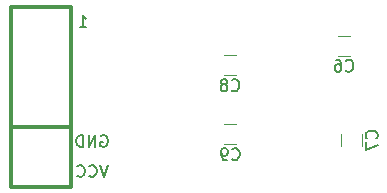
<source format=gbo>
G04 #@! TF.GenerationSoftware,KiCad,Pcbnew,(5.1.2)-2*
G04 #@! TF.CreationDate,2019-11-04T12:19:55+09:00*
G04 #@! TF.ProjectId,Kicad_sehd_mv,4b696361-645f-4736-9568-645f6d762e6b,1.0*
G04 #@! TF.SameCoordinates,Original*
G04 #@! TF.FileFunction,Legend,Bot*
G04 #@! TF.FilePolarity,Positive*
%FSLAX46Y46*%
G04 Gerber Fmt 4.6, Leading zero omitted, Abs format (unit mm)*
G04 Created by KiCad (PCBNEW (5.1.2)-2) date 2019-11-04 12:19:55*
%MOMM*%
%LPD*%
G04 APERTURE LIST*
%ADD10C,0.304800*%
%ADD11C,0.120000*%
%ADD12C,0.150000*%
G04 APERTURE END LIST*
D10*
X69850000Y-68580000D02*
X64770000Y-68580000D01*
X69850000Y-58420000D02*
X64770000Y-58420000D01*
X69850000Y-73660000D02*
X69850000Y-58420000D01*
X64770000Y-73660000D02*
X69850000Y-73660000D01*
X64770000Y-58420000D02*
X64770000Y-73660000D01*
D11*
X92444000Y-60872000D02*
X93444000Y-60872000D01*
X93444000Y-62572000D02*
X92444000Y-62572000D01*
X94449000Y-69223000D02*
X94449000Y-70223000D01*
X92749000Y-70223000D02*
X92749000Y-69223000D01*
X83792000Y-64223000D02*
X82792000Y-64223000D01*
X82792000Y-62523000D02*
X83792000Y-62523000D01*
X82832000Y-68365000D02*
X83832000Y-68365000D01*
X83832000Y-70065000D02*
X82832000Y-70065000D01*
D12*
X70580285Y-60142380D02*
X71151714Y-60142380D01*
X70866000Y-60142380D02*
X70866000Y-59142380D01*
X70961238Y-59285238D01*
X71056476Y-59380476D01*
X71151714Y-59428095D01*
X72389904Y-69350000D02*
X72485142Y-69302380D01*
X72628000Y-69302380D01*
X72770857Y-69350000D01*
X72866095Y-69445238D01*
X72913714Y-69540476D01*
X72961333Y-69730952D01*
X72961333Y-69873809D01*
X72913714Y-70064285D01*
X72866095Y-70159523D01*
X72770857Y-70254761D01*
X72628000Y-70302380D01*
X72532761Y-70302380D01*
X72389904Y-70254761D01*
X72342285Y-70207142D01*
X72342285Y-69873809D01*
X72532761Y-69873809D01*
X71913714Y-70302380D02*
X71913714Y-69302380D01*
X71342285Y-70302380D01*
X71342285Y-69302380D01*
X70866095Y-70302380D02*
X70866095Y-69302380D01*
X70628000Y-69302380D01*
X70485142Y-69350000D01*
X70389904Y-69445238D01*
X70342285Y-69540476D01*
X70294666Y-69730952D01*
X70294666Y-69873809D01*
X70342285Y-70064285D01*
X70389904Y-70159523D01*
X70485142Y-70254761D01*
X70628000Y-70302380D01*
X70866095Y-70302380D01*
X72961333Y-71842380D02*
X72628000Y-72842380D01*
X72294666Y-71842380D01*
X71389904Y-72747142D02*
X71437523Y-72794761D01*
X71580380Y-72842380D01*
X71675619Y-72842380D01*
X71818476Y-72794761D01*
X71913714Y-72699523D01*
X71961333Y-72604285D01*
X72008952Y-72413809D01*
X72008952Y-72270952D01*
X71961333Y-72080476D01*
X71913714Y-71985238D01*
X71818476Y-71890000D01*
X71675619Y-71842380D01*
X71580380Y-71842380D01*
X71437523Y-71890000D01*
X71389904Y-71937619D01*
X70389904Y-72747142D02*
X70437523Y-72794761D01*
X70580380Y-72842380D01*
X70675619Y-72842380D01*
X70818476Y-72794761D01*
X70913714Y-72699523D01*
X70961333Y-72604285D01*
X71008952Y-72413809D01*
X71008952Y-72270952D01*
X70961333Y-72080476D01*
X70913714Y-71985238D01*
X70818476Y-71890000D01*
X70675619Y-71842380D01*
X70580380Y-71842380D01*
X70437523Y-71890000D01*
X70389904Y-71937619D01*
X93110666Y-63829142D02*
X93158285Y-63876761D01*
X93301142Y-63924380D01*
X93396380Y-63924380D01*
X93539238Y-63876761D01*
X93634476Y-63781523D01*
X93682095Y-63686285D01*
X93729714Y-63495809D01*
X93729714Y-63352952D01*
X93682095Y-63162476D01*
X93634476Y-63067238D01*
X93539238Y-62972000D01*
X93396380Y-62924380D01*
X93301142Y-62924380D01*
X93158285Y-62972000D01*
X93110666Y-63019619D01*
X92253523Y-62924380D02*
X92444000Y-62924380D01*
X92539238Y-62972000D01*
X92586857Y-63019619D01*
X92682095Y-63162476D01*
X92729714Y-63352952D01*
X92729714Y-63733904D01*
X92682095Y-63829142D01*
X92634476Y-63876761D01*
X92539238Y-63924380D01*
X92348761Y-63924380D01*
X92253523Y-63876761D01*
X92205904Y-63829142D01*
X92158285Y-63733904D01*
X92158285Y-63495809D01*
X92205904Y-63400571D01*
X92253523Y-63352952D01*
X92348761Y-63305333D01*
X92539238Y-63305333D01*
X92634476Y-63352952D01*
X92682095Y-63400571D01*
X92729714Y-63495809D01*
X95706142Y-69556333D02*
X95753761Y-69508714D01*
X95801380Y-69365857D01*
X95801380Y-69270619D01*
X95753761Y-69127761D01*
X95658523Y-69032523D01*
X95563285Y-68984904D01*
X95372809Y-68937285D01*
X95229952Y-68937285D01*
X95039476Y-68984904D01*
X94944238Y-69032523D01*
X94849000Y-69127761D01*
X94801380Y-69270619D01*
X94801380Y-69365857D01*
X94849000Y-69508714D01*
X94896619Y-69556333D01*
X94801380Y-69889666D02*
X94801380Y-70556333D01*
X95801380Y-70127761D01*
X83458666Y-65480142D02*
X83506285Y-65527761D01*
X83649142Y-65575380D01*
X83744380Y-65575380D01*
X83887238Y-65527761D01*
X83982476Y-65432523D01*
X84030095Y-65337285D01*
X84077714Y-65146809D01*
X84077714Y-65003952D01*
X84030095Y-64813476D01*
X83982476Y-64718238D01*
X83887238Y-64623000D01*
X83744380Y-64575380D01*
X83649142Y-64575380D01*
X83506285Y-64623000D01*
X83458666Y-64670619D01*
X82887238Y-65003952D02*
X82982476Y-64956333D01*
X83030095Y-64908714D01*
X83077714Y-64813476D01*
X83077714Y-64765857D01*
X83030095Y-64670619D01*
X82982476Y-64623000D01*
X82887238Y-64575380D01*
X82696761Y-64575380D01*
X82601523Y-64623000D01*
X82553904Y-64670619D01*
X82506285Y-64765857D01*
X82506285Y-64813476D01*
X82553904Y-64908714D01*
X82601523Y-64956333D01*
X82696761Y-65003952D01*
X82887238Y-65003952D01*
X82982476Y-65051571D01*
X83030095Y-65099190D01*
X83077714Y-65194428D01*
X83077714Y-65384904D01*
X83030095Y-65480142D01*
X82982476Y-65527761D01*
X82887238Y-65575380D01*
X82696761Y-65575380D01*
X82601523Y-65527761D01*
X82553904Y-65480142D01*
X82506285Y-65384904D01*
X82506285Y-65194428D01*
X82553904Y-65099190D01*
X82601523Y-65051571D01*
X82696761Y-65003952D01*
X83498666Y-71322142D02*
X83546285Y-71369761D01*
X83689142Y-71417380D01*
X83784380Y-71417380D01*
X83927238Y-71369761D01*
X84022476Y-71274523D01*
X84070095Y-71179285D01*
X84117714Y-70988809D01*
X84117714Y-70845952D01*
X84070095Y-70655476D01*
X84022476Y-70560238D01*
X83927238Y-70465000D01*
X83784380Y-70417380D01*
X83689142Y-70417380D01*
X83546285Y-70465000D01*
X83498666Y-70512619D01*
X83022476Y-71417380D02*
X82832000Y-71417380D01*
X82736761Y-71369761D01*
X82689142Y-71322142D01*
X82593904Y-71179285D01*
X82546285Y-70988809D01*
X82546285Y-70607857D01*
X82593904Y-70512619D01*
X82641523Y-70465000D01*
X82736761Y-70417380D01*
X82927238Y-70417380D01*
X83022476Y-70465000D01*
X83070095Y-70512619D01*
X83117714Y-70607857D01*
X83117714Y-70845952D01*
X83070095Y-70941190D01*
X83022476Y-70988809D01*
X82927238Y-71036428D01*
X82736761Y-71036428D01*
X82641523Y-70988809D01*
X82593904Y-70941190D01*
X82546285Y-70845952D01*
M02*

</source>
